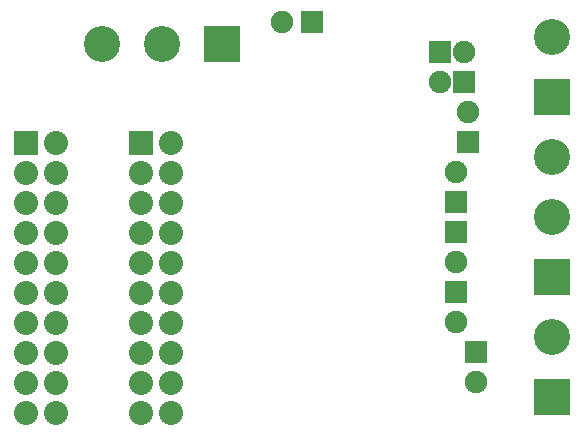
<source format=gbs>
G04 (created by PCBNEW (2013-07-07 BZR 4022)-stable) date 16/12/2013 14:51:33*
%MOIN*%
G04 Gerber Fmt 3.4, Leading zero omitted, Abs format*
%FSLAX34Y34*%
G01*
G70*
G90*
G04 APERTURE LIST*
%ADD10C,0.00590551*%
%ADD11R,0.08X0.08*%
%ADD12C,0.08*%
%ADD13R,0.12X0.12*%
%ADD14C,0.12*%
%ADD15R,0.075X0.075*%
%ADD16C,0.075*%
G04 APERTURE END LIST*
G54D10*
G54D11*
X70000Y-49984D03*
G54D12*
X71000Y-49984D03*
X70000Y-50984D03*
X71000Y-50984D03*
X70000Y-51984D03*
X71000Y-51984D03*
X70000Y-52984D03*
X71000Y-52984D03*
X70000Y-53984D03*
X71000Y-53984D03*
X70000Y-54984D03*
X71000Y-54984D03*
X70000Y-55984D03*
X71000Y-55984D03*
X70000Y-56984D03*
X71000Y-56984D03*
X70000Y-57984D03*
X71000Y-57984D03*
X70000Y-58984D03*
X71000Y-58984D03*
G54D13*
X87550Y-54450D03*
G54D14*
X87550Y-52450D03*
X87550Y-50450D03*
G54D13*
X87550Y-58450D03*
G54D14*
X87550Y-56450D03*
G54D13*
X87550Y-48450D03*
G54D14*
X87550Y-46450D03*
G54D11*
X73850Y-49984D03*
G54D12*
X74850Y-49984D03*
X73850Y-50984D03*
X74850Y-50984D03*
X73850Y-51984D03*
X74850Y-51984D03*
X73850Y-52984D03*
X74850Y-52984D03*
X73850Y-53984D03*
X74850Y-53984D03*
X73850Y-54984D03*
X74850Y-54984D03*
X73850Y-55984D03*
X74850Y-55984D03*
X73850Y-56984D03*
X74850Y-56984D03*
X73850Y-57984D03*
X74850Y-57984D03*
X73850Y-58984D03*
X74850Y-58984D03*
G54D13*
X76550Y-46700D03*
G54D14*
X74550Y-46700D03*
X72550Y-46700D03*
G54D15*
X84600Y-47950D03*
G54D16*
X84600Y-46950D03*
G54D15*
X84750Y-49950D03*
G54D16*
X84750Y-48950D03*
G54D15*
X84350Y-51950D03*
G54D16*
X84350Y-50950D03*
G54D15*
X84350Y-52950D03*
G54D16*
X84350Y-53950D03*
G54D15*
X84350Y-54950D03*
G54D16*
X84350Y-55950D03*
G54D15*
X85000Y-56950D03*
G54D16*
X85000Y-57950D03*
G54D15*
X79550Y-45950D03*
G54D16*
X78550Y-45950D03*
G54D15*
X83800Y-46950D03*
G54D16*
X83800Y-47950D03*
M02*

</source>
